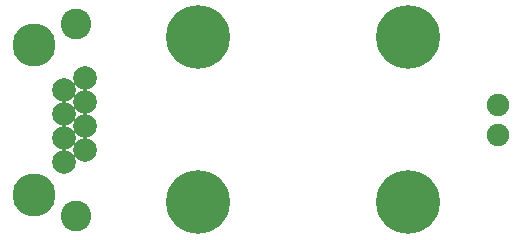
<source format=gbr>
G04 #@! TF.FileFunction,Soldermask,Bot*
%FSLAX46Y46*%
G04 Gerber Fmt 4.6, Leading zero omitted, Abs format (unit mm)*
G04 Created by KiCad (PCBNEW 4.0.7) date 03/31/18 19:25:59*
%MOMM*%
%LPD*%
G01*
G04 APERTURE LIST*
%ADD10C,0.150000*%
%ADD11C,2.600000*%
%ADD12C,3.650000*%
%ADD13C,2.000000*%
%ADD14C,1.900000*%
%ADD15C,5.400000*%
G04 APERTURE END LIST*
D10*
D11*
X31620000Y-27430000D03*
X31620000Y-43690000D03*
D12*
X28060000Y-29210000D03*
X28060000Y-41910000D03*
D13*
X30600000Y-35060000D03*
X30600000Y-37090000D03*
X32380000Y-34030000D03*
X32380000Y-36060000D03*
X32380000Y-32000000D03*
X30600000Y-33030000D03*
X32380000Y-38090000D03*
X30600000Y-39120000D03*
D14*
X67310000Y-34290000D03*
X67310000Y-36830000D03*
D15*
X41910000Y-28575000D03*
X41910000Y-42545000D03*
X59690000Y-28575000D03*
X59690000Y-42545000D03*
M02*

</source>
